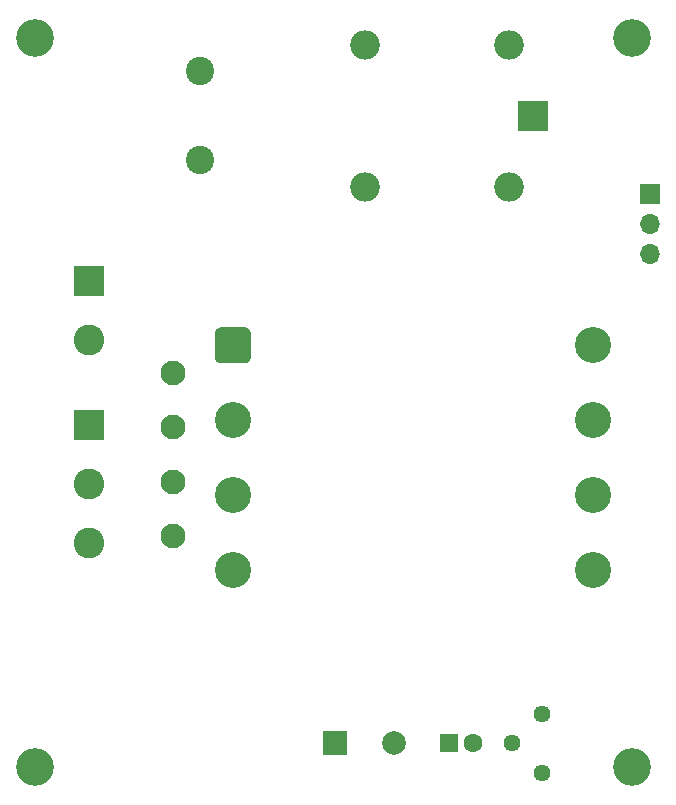
<source format=gbr>
G04 #@! TF.GenerationSoftware,KiCad,Pcbnew,5.1.9*
G04 #@! TF.CreationDate,2021-04-19T03:59:41-04:00*
G04 #@! TF.ProjectId,lm3886_soft_start_v2,6c6d3338-3836-45f7-936f-66745f737461,rev?*
G04 #@! TF.SameCoordinates,Original*
G04 #@! TF.FileFunction,Soldermask,Top*
G04 #@! TF.FilePolarity,Negative*
%FSLAX46Y46*%
G04 Gerber Fmt 4.6, Leading zero omitted, Abs format (unit mm)*
G04 Created by KiCad (PCBNEW 5.1.9) date 2021-04-19 03:59:41*
%MOMM*%
%LPD*%
G01*
G04 APERTURE LIST*
%ADD10O,1.700000X1.700000*%
%ADD11R,1.700000X1.700000*%
%ADD12C,3.048000*%
%ADD13C,2.400000*%
%ADD14R,2.500000X2.500000*%
%ADD15O,2.500000X2.500000*%
%ADD16C,1.440000*%
%ADD17C,3.200000*%
%ADD18C,2.100000*%
%ADD19C,2.600000*%
%ADD20R,2.600000X2.600000*%
%ADD21C,2.000000*%
%ADD22R,2.000000X2.000000*%
%ADD23R,1.600000X1.600000*%
%ADD24C,1.600000*%
G04 APERTURE END LIST*
D10*
X124714000Y-64262000D03*
X124714000Y-61722000D03*
D11*
X124714000Y-59182000D03*
D12*
X119900700Y-91059000D03*
X119900700Y-84709000D03*
X119900700Y-78359000D03*
X119900700Y-72009000D03*
X89395300Y-91059000D03*
X89395300Y-84709000D03*
X89395300Y-78359000D03*
G36*
G01*
X88328500Y-70485000D02*
X90462100Y-70485000D01*
G75*
G02*
X90919300Y-70942200I0J-457200D01*
G01*
X90919300Y-73075800D01*
G75*
G02*
X90462100Y-73533000I-457200J0D01*
G01*
X88328500Y-73533000D01*
G75*
G02*
X87871300Y-73075800I0J457200D01*
G01*
X87871300Y-70942200D01*
G75*
G02*
X88328500Y-70485000I457200J0D01*
G01*
G37*
D13*
X86614000Y-56268000D03*
X86614000Y-48768000D03*
D14*
X114808000Y-52578000D03*
D15*
X112808000Y-46578000D03*
X100608000Y-46578000D03*
X100608000Y-58578000D03*
X112808000Y-58578000D03*
D16*
X115570000Y-103204000D03*
X113070000Y-105704000D03*
X115570000Y-108204000D03*
D17*
X72644000Y-45974000D03*
X123190000Y-45974000D03*
X123190000Y-107696000D03*
X72644000Y-107696000D03*
D18*
X84328000Y-74338000D03*
X84328000Y-78938000D03*
X84328000Y-83538000D03*
X84328000Y-88138000D03*
D19*
X77216000Y-88740000D03*
X77216000Y-83740000D03*
D20*
X77216000Y-78740000D03*
D21*
X103044000Y-105664000D03*
D22*
X98044000Y-105664000D03*
D19*
X77216000Y-71548000D03*
D20*
X77216000Y-66548000D03*
D23*
X107696000Y-105664000D03*
D24*
X109696000Y-105664000D03*
M02*

</source>
